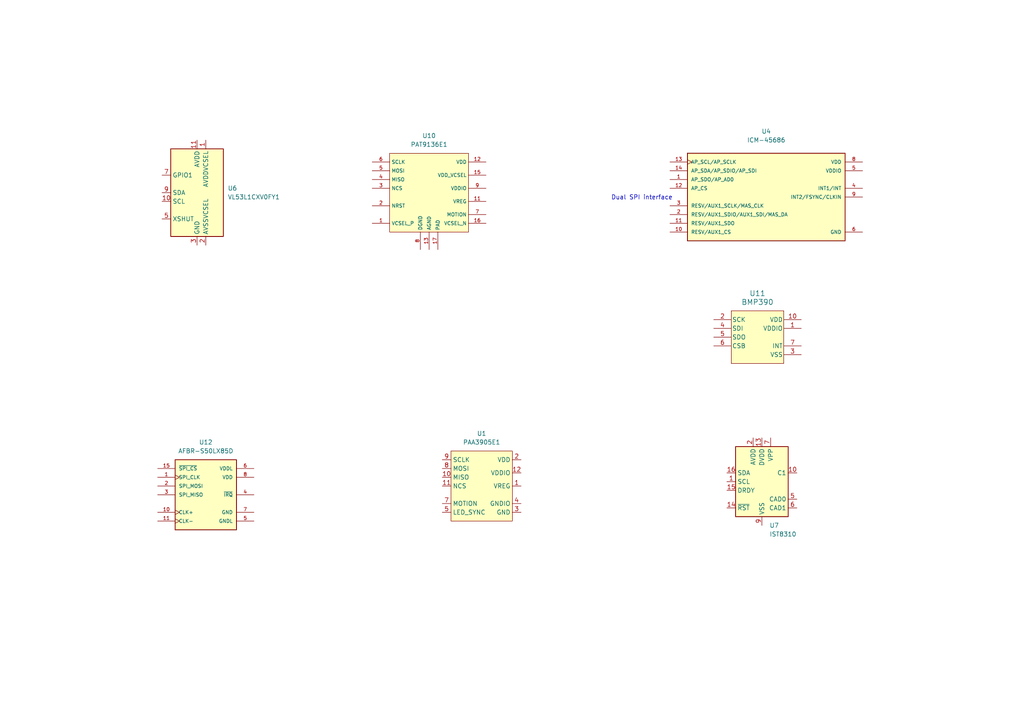
<source format=kicad_sch>
(kicad_sch (version 20231120) (generator "eeschema") (generator_version "8.0")
  (paper "A4")
  (title_block (title "MR-MCXN-T1 Sensor hub") (date "2025-01-17") (rev "X0") (company "NXP SEMICONDUCTORS B.V.") (comment 1 "CLASSIFICATION: INTERNAL USE ONLY") (comment 3 "DESIGNER: YOURI TILS") (comment 4 "CTO SYSTEM INNOVATIONS / MOBILE ROBOTICS DOMAIN"))
  (lib_symbols
    (symbol "Sensor_Distance:VL53L1CXV0FY1"
      (property "Reference" "U" (at -6.35 13.97 0))
      (property "Value" "VL53L1CXV0FY1" (at 12.065 13.97 0))
      (symbol "VL53L1CXV0FY1_0_1"
        (rectangle (start -7.62 12.7) (end 7.62 -12.7) (stroke (width 0.254)) (fill (type background)))
      )
      (symbol "VL53L1CXV0FY1_1_1"
        (pin power_in line (at 2.54 15.24 270) (length 2.54) (name "AVDDVCSEL") (number "1"))
        (pin input line (at -10.16 -2.54 0) (length 2.54) (name "SCL") (number "10"))
        (pin power_in line (at 0 15.24 270) (length 2.54) (name "AVDD") (number "11"))
        (pin passive line (at 0 -15.24 90) (length 2.54) hide (name "GND") (number "12"))
        (pin power_in line (at 2.54 -15.24 90) (length 2.54) (name "AVSSVCSEL") (number "2"))
        (pin power_in line (at 0 -15.24 90) (length 2.54) (name "GND") (number "3"))
        (pin passive line (at 0 -15.24 90) (length 2.54) hide (name "GND") (number "4"))
        (pin input line (at -10.16 -7.62 0) (length 2.54) (name "XSHUT") (number "5"))
        (pin passive line (at 0 -15.24 90) (length 2.54) hide (name "GND") (number "6"))
        (pin open_collector line (at -10.16 5.08 0) (length 2.54) (name "GPIO1") (number "7"))
        (pin no_connect line (at -7.62 7.62 0) (length 2.54) hide (name "DNC") (number "8"))
        (pin bidirectional line (at -10.16 0 0) (length 2.54) (name "SDA") (number "9"))
      )
    )
    (symbol "Sensor_Magnetic:IST8310"
      (property "Reference" "U" (at -7.62 11.43 0))
      (property "Value" "IST8310" (at 10.16 11.43 0))
      (symbol "IST8310_0_1"
        (rectangle (start -7.62 10.16) (end 7.62 -10.16) (stroke (width 0.254)) (fill (type background)))
      )
      (symbol "IST8310_1_1"
        (pin input line (at -10.16 0 0) (length 2.54) (name "SCL") (number "1"))
        (pin passive line (at 10.16 2.54 180) (length 2.54) (name "C1") (number "10"))
        (pin passive line (at 0 -12.7 90) (length 2.54) hide (name "VSS") (number "11"))
        (pin no_connect line (at 7.62 7.62 180) (length 2.54) hide (name "NC") (number "12"))
        (pin power_in line (at 0 12.7 270) (length 2.54) (name "DVDD") (number "13"))
        (pin input line (at -10.16 -7.62 0) (length 2.54) (name "~{RST}") (number "14"))
        (pin output line (at -10.16 -2.54 0) (length 2.54) (name "DRDY") (number "15"))
        (pin bidirectional line (at -10.16 2.54 0) (length 2.54) (name "SDA") (number "16"))
        (pin power_in line (at -2.54 12.7 270) (length 2.54) (name "AVDD") (number "2"))
        (pin no_connect line (at -7.62 7.62 0) (length 2.54) hide (name "NC") (number "3"))
        (pin no_connect line (at -7.62 5.08 0) (length 2.54) hide (name "NC") (number "4"))
        (pin input line (at 10.16 -5.08 180) (length 2.54) (name "CAD0") (number "5"))
        (pin input line (at 10.16 -7.62 180) (length 2.54) (name "CAD1") (number "6"))
        (pin passive line (at 2.54 12.7 270) (length 2.54) (name "VPP") (number "7"))
        (pin no_connect line (at 7.62 5.08 180) (length 2.54) hide (name "NC") (number "8"))
        (pin power_in line (at 0 -12.7 90) (length 2.54) (name "VSS") (number "9"))
      )
    )
    (symbol "Sensors:AFBR-S50LX85D" (pin_names (offset 1.016))
      (property "Reference" "U" (at -8.89 10.795 0))
      (property "Value" "AFBR-S50LX85D" (at -8.89 -12.446 0))
      (symbol "AFBR-S50LX85D_0_0"
        (rectangle (start -8.89 10.16) (end 8.89 -10.16) (stroke (width 0.254)) (fill (type background)))
        (pin input clock (at -13.97 5.08 0) (length 5.08) (name "SPI_CLK") (number "1"))
        (pin bidirectional clock (at -13.97 -5.08 0) (length 5.08) (name "CLK+") (number "10"))
        (pin bidirectional clock (at -13.97 -7.62 0) (length 5.08) (name "CLK-") (number "11"))
        (pin no_connect line (at 13.97 2.54 180) (length 5.08) hide (name "TEST") (number "12"))
        (pin power_in line (at 13.97 5.08 180) (length 5.08) hide (name "VDD") (number "13"))
        (pin power_in line (at 13.97 -5.08 180) (length 5.08) hide (name "GND") (number "14"))
        (pin input line (at -13.97 7.62 0) (length 5.08) (name "~{SPI_CS}") (number "15"))
        (pin input line (at -13.97 2.54 0) (length 5.08) (name "SPI_MOSI") (number "2"))
        (pin output line (at -13.97 0 0) (length 5.08) (name "SPI_MISO") (number "3"))
        (pin output line (at 13.97 0 180) (length 5.08) (name "~{IRQ}") (number "4"))
        (pin power_in line (at 13.97 -7.62 180) (length 5.08) (name "GNDL") (number "5"))
        (pin power_in line (at 13.97 7.62 180) (length 5.08) (name "VDDL") (number "6"))
        (pin power_in line (at 13.97 -5.08 180) (length 5.08) (name "GND") (number "7"))
        (pin power_in line (at 13.97 5.08 180) (length 5.08) (name "VDD") (number "8"))
        (pin power_in line (at 13.97 -5.08 180) (length 5.08) hide (name "GND") (number "9"))
      )
    )
    (symbol "Sensors:BMP390" (pin_names (offset 0.254))
      (property "Reference" "U" (at -6.604 8.89 0))
      (property "Value" "BMP390" (at -3.048 -9.144 0))
      (symbol "BMP390_0_1"
        (pin power_in line (at 12.7 2.54 180) (length 5.08) (name "VDDIO") (number "1"))
        (pin power_in line (at 12.7 5.08 180) (length 5.08) (name "VDD") (number "10"))
        (pin input line (at -12.7 5.08 0) (length 5.08) (name "SCK") (number "2"))
        (pin power_out line (at 12.7 -5.08 180) (length 5.08) (name "VSS") (number "3"))
        (pin bidirectional line (at -12.7 2.54 0) (length 5.08) (name "SDI") (number "4"))
        (pin bidirectional line (at -12.7 0 0) (length 5.08) (name "SDO") (number "5"))
        (pin input line (at -12.7 -2.54 0) (length 5.08) (name "CSB") (number "6"))
        (pin output line (at 12.7 -2.54 180) (length 5.08) (name "INT") (number "7"))
        (pin power_out line (at 12.7 -5.08 180) (length 5.08) hide (name "VSS") (number "8"))
        (pin power_out line (at 12.7 -5.08 180) (length 5.08) hide (name "VSS") (number "9"))
      )
      (symbol "BMP390_1_1"
        (rectangle (start -7.62 7.62) (end 7.62 -7.62) (fill (type background)))
      )
    )
    (symbol "Sensors:ICM-45686" (pin_names (offset 1.016))
      (property "Reference" "U" (at -40.386 17.272 0))
      (property "Value" "ICM-45686" (at -40.132 -9.906 0))
      (symbol "ICM-45686_0_0"
        (rectangle (start -40.64 16.51) (end 5.08 -8.89) (stroke (width 0.254)) (fill (type background)))
        (pin output line (at -45.72 8.89 0) (length 5.08) (name "AP_SDO/AP_AD0") (number "1"))
        (pin input line (at -45.72 -6.35 0) (length 5.08) (name "RESV/AUX1_CS") (number "10"))
        (pin output line (at -45.72 -3.81 0) (length 5.08) (name "RESV/AUX1_SDO") (number "11"))
        (pin input line (at -45.72 6.35 0) (length 5.08) (name "AP_CS") (number "12"))
        (pin input clock (at -45.72 13.97 0) (length 5.08) (name "AP_SCL/AP_SCLK") (number "13"))
        (pin bidirectional line (at -45.72 11.43 0) (length 5.08) (name "AP_SDA/AP_SDIO/AP_SDI") (number "14"))
        (pin bidirectional line (at -45.72 -1.27 0) (length 5.08) (name "RESV/AUX1_SDIO/AUX1_SDI/MAS_DA") (number "2"))
        (pin input line (at -45.72 1.27 0) (length 5.08) (name "RESV/AUX1_SCLK/MAS_CLK") (number "3"))
        (pin output line (at 10.16 6.35 180) (length 5.08) (name "INT1/INT") (number "4"))
        (pin power_in line (at 10.16 11.43 180) (length 5.08) (name "VDDIO") (number "5"))
        (pin power_in line (at 10.16 -6.35 180) (length 5.08) (name "GND") (number "6"))
        (pin no_connect line (at 10.16 1.27 180) (length 5.08) hide (name "RESV") (number "7"))
        (pin power_in line (at 10.16 13.97 180) (length 5.08) (name "VDD") (number "8"))
        (pin bidirectional line (at 10.16 3.81 180) (length 5.08) (name "INT2/FSYNC/CLKIN") (number "9"))
      )
    )
    (symbol "Sensors:PAA3905E1"
      (property "Reference" "U" (at -7.874 11.43 0))
      (property "Value" "PAA3905E1" (at -3.302 -11.684 0))
      (symbol "PAA3905E1_1_1"
        (rectangle (start -8.89 10.16) (end 8.89 -10.16) (fill (type background)))
        (pin power_in line (at 11.43 0 180) (length 2.54) (name "VREG") (number "1"))
        (pin bidirectional line (at -11.43 2.54 0) (length 2.54) (name "MISO") (number "10"))
        (pin input line (at -11.43 0 0) (length 2.54) (name "NCS") (number "11"))
        (pin power_in line (at 11.43 3.81 180) (length 2.54) (name "VDDIO") (number "12"))
        (pin power_in line (at 11.43 7.62 180) (length 2.54) (name "VDD") (number "2"))
        (pin power_in line (at 11.43 -7.62 180) (length 2.54) (name "GND") (number "3"))
        (pin power_in line (at 11.43 -5.08 180) (length 2.54) (name "GNDIO") (number "4"))
        (pin output line (at -11.43 -7.62 0) (length 2.54) (name "LED_SYNC") (number "5"))
        (pin passive line (at -11.43 -2.54 0) (length 2.54) hide (name "NC") (number "6"))
        (pin output line (at -11.43 -5.08 0) (length 2.54) (name "MOTION") (number "7"))
        (pin bidirectional line (at -11.43 5.08 0) (length 2.54) (name "MOSI") (number "8"))
        (pin input line (at -11.43 7.62 0) (length 2.54) (name "SCLK") (number "9"))
      )
    )
    (symbol "Sensors:PAT9136E1"
      (property "Reference" "U" (at -10.414 12.7 0))
      (property "Value" "PAT9136E1" (at 8.128 -12.7 0))
      (symbol "PAT9136E1_1_0"
        (pin input line (at -16.51 -8.89 0) (length 5.08) (name "VCSEL_P") (number "1"))
        (pin no_connect line (at -16.51 -1.27 0) (length 5.08) hide (name "NC") (number "10"))
        (pin power_in line (at 16.51 -2.54 180) (length 5.08) (name "VREG") (number "11"))
        (pin power_in line (at 16.51 8.89 180) (length 5.08) (name "VDD") (number "12"))
        (pin power_in line (at 0 -16.51 90) (length 5.08) (name "AGND") (number "13"))
        (pin no_connect line (at -16.51 -6.35 0) (length 5.08) hide (name "NC") (number "14"))
        (pin power_in line (at 16.51 5.08 180) (length 5.08) (name "VDD_VCSEL") (number "15"))
        (pin output line (at 16.51 -8.89 180) (length 5.08) (name "VCSEL_N") (number "16"))
        (pin power_in line (at 2.54 -16.51 90) (length 5.08) (name "PAD") (number "17"))
        (pin input line (at -16.51 -3.81 0) (length 5.08) (name "NRST") (number "2"))
        (pin input line (at -16.51 1.27 0) (length 5.08) (name "NCS") (number "3"))
        (pin output line (at -16.51 3.81 0) (length 5.08) (name "MISO") (number "4"))
        (pin input line (at -16.51 6.35 0) (length 5.08) (name "MOSI") (number "5"))
        (pin input line (at -16.51 8.89 0) (length 5.08) (name "SCLK") (number "6"))
        (pin output line (at 16.51 -6.35 180) (length 5.08) (name "MOTION") (number "7"))
        (pin power_in line (at -2.54 -16.51 90) (length 5.08) (name "DGND") (number "8"))
        (pin power_in line (at 16.51 1.27 180) (length 5.08) (name "VDDIO") (number "9"))
      )
      (symbol "PAT9136E1_1_1"
        (rectangle (start -11.43 11.43) (end 11.43 -11.43) (fill (type background)))
      )
    )
  )
  (text "Dual SPI interface" (at 186.182 57.404 0) (effects (font (size 1.27 1.27))))
  (symbol (lib_id "Sensors:AFBR-S50LX85D") (at 59.69 143.51 0) (unit 1)
    (property "Reference" "U12" (at 59.69 128.27 0))
    (property "Value" "AFBR-S50LX85D" (at 59.69 130.81 0))
    (property "Footprint" "Sensors:AFBR-S50xxxxx" (effects (hide yes)))
    (property "Datasheet" "https://docs.broadcom.com/doc/AFBR-S50LX85D-DS" (effects (hide yes)))
    (property "PARTREV" "September 17, 2020" (effects (hide yes)))
    (property "MANUFACTURER" "Broadcom" (effects (hide yes)))
    (property "MAXIMUM_PACKAGE_HEIGHT" "7.7mm" (effects (hide yes)))
    (property "STANDARD" "IPC 2221B" (effects (hide yes)))
  )
  (symbol (lib_id "Sensors:ICM-45686") (at 240.03 60.96 0) (unit 1)
    (property "Reference" "U4" (at 222.25 38.1 0))
    (property "Value" "ICM-45686" (at 222.25 40.64 0))
    (property "Footprint" "Sensors:IC_ICM-45686" (effects (hide yes)))
    (property "PARTREV" "0.2" (effects (hide yes)))
    (property "STANDARD" "Manufacturer Recommendations" (effects (hide yes)))
    (property "MAXIMUM_PACKAGE_HEIGHT" "0.86mm" (effects (hide yes)))
    (property "MANUFACTURER" "TDK InvenSense" (effects (hide yes)))
  )
  (symbol (lib_id "Sensor_Distance:VL53L1CXV0FY1") (at 57.15 55.88 0) (unit 1)
    (property "Reference" "U6" (at 66.04 54.6099 0) (effects (justify left)))
    (property "Value" "VL53L1CXV0FY1" (at 66.04 57.1499 0) (effects (justify left)))
    (property "Footprint" "Sensor_Distance:ST_VL53L1x" (effects (hide yes)))
    (property "Datasheet" "https://www.st.com/resource/en/datasheet/vl53l1x.pdf" (effects (hide yes)))
    (property "Description" "4m distance ranging ToF sensor, Optical LGA12" (effects (hide yes)))
  )
  (symbol (lib_id "Sensors:BMP390") (at 219.71 97.79 0) (unit 1)
    (property "Reference" "U11" (at 219.71 85.09 0) (effects (font (size 1.524 1.524))))
    (property "Value" "BMP390" (at 219.71 87.63 0) (effects (font (size 1.524 1.524))))
    (property "Footprint" "Sensors:10LGA_2X2X0p75_BOSCH" (effects (hide yes)))
    (property "Datasheet" "https://www.bosch-sensortec.com/media/boschsensortec/downloads/datasheets/bst-bmp390-ds002.pdf" (effects (hide yes)))
  )
  (symbol (lib_id "Sensors:PAA3905E1") (at 139.7 140.97 0) (unit 1)
    (property "Reference" "U1" (at 139.7 125.73 0))
    (property "Value" "PAA3905E1" (at 139.7 128.27 0))
    (property "Footprint" "Sensors:PAA3905E1-Q" (effects (hide yes)))
    (property "Datasheet" "https://www.codico.com/en/mpattachment/file/download/id/1203/" (effects (hide yes)))
  )
  (symbol (lib_id "Sensors:PAT9136E1") (at 124.46 55.88 0) (unit 1)
    (property "Reference" "U10" (at 124.46 39.37 0))
    (property "Value" "PAT9136E1" (at 124.46 41.91 0))
    (property "Footprint" "Sensors:PAT9136E1" (effects (hide yes)))
    (property "Datasheet" "https://www.codico.com/en/mpattachment/file/download/id/1357/" (effects (hide yes)))
  )
  (symbol (lib_id "Sensor_Magnetic:IST8310") (at 220.98 139.7 0) (unit 1)
    (property "Reference" "U7" (at 223.1741 152.4 0) (effects (justify left)))
    (property "Value" "IST8310" (at 223.1741 154.94 0) (effects (justify left)))
    (property "Footprint" "Package_LGA:LGA-16_3x3mm_P0.5mm" (effects (hide yes)))
    (property "Datasheet" "http://www.isentek.com/en/dlf.php?file=../ISENTEK/(201703-09)IST8310%20Datasheet%20v1.2_brief-105.09.20.pdf" (effects (hide yes)))
    (property "Description" "3D Magnetometer, I2C Interface, LGA-16" (effects (hide yes)))
  )
)
</source>
